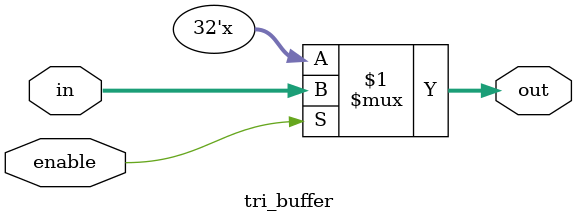
<source format=v>
module tri_buffer(in, enable, out);
    input [31:0] in; 
    input enable;
    output [31:0] out;

    assign out = enable ? in : 32'bz;

endmodule
</source>
